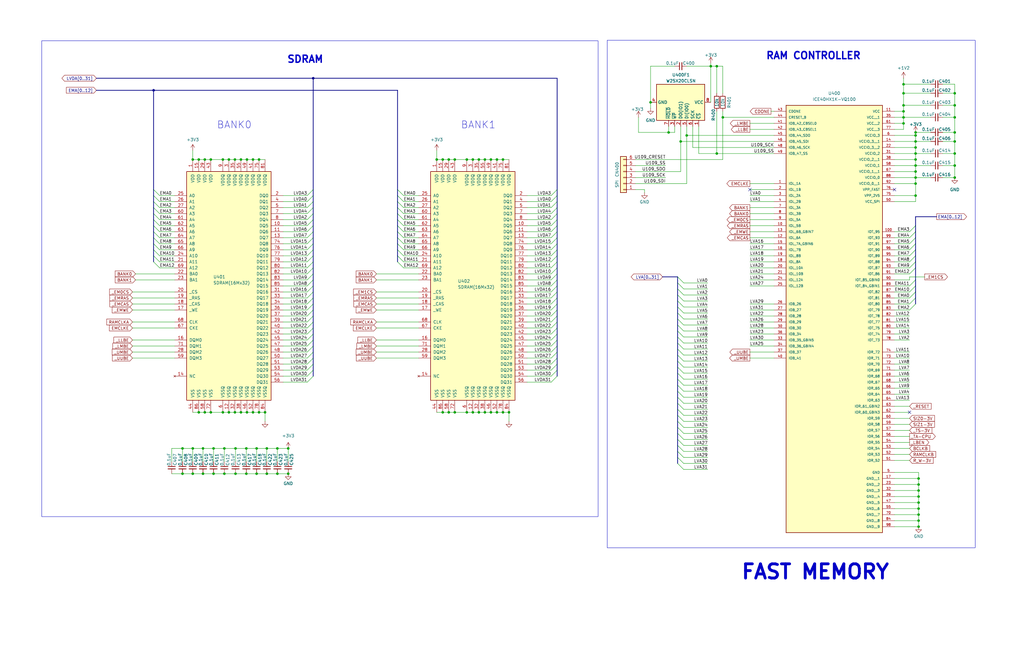
<source format=kicad_sch>
(kicad_sch (version 20231120) (generator "eeschema") (generator_version "8.0")
  (paper "B")
  (title_block (title "AmigaPCI 68040 Local Bus Card") (date "2024-10-24") (rev "4.0"))
  (junction (at 304.8 49.53))
  (junction (at 386.08 55.88))
  (junction (at 214.63 173.99))
  (junction (at 90.043 199.898))
  (junction (at 386.08 62.23))
  (junction (at 186.69 67.31))
  (junction (at 281.94 55.88))
  (junction (at 199.39 173.99))
  (junction (at 387.35 209.55))
  (junction (at 112.522 189.23))
  (junction (at 212.09 173.99))
  (junction (at 402.59 69.85))
  (junction (at 81.28 189.23))
  (junction (at 402.59 39.37))
  (junction (at 111.76 173.99))
  (junction (at 101.6 173.99))
  (junction (at 274.32 43.18))
  (junction (at 184.15 67.31))
  (junction (at 83.82 173.99))
  (junction (at 386.08 67.31))
  (junction (at 204.47 67.31))
  (junction (at 88.9 67.31))
  (junction (at 201.93 173.99))
  (junction (at 96.52 173.99))
  (junction (at 381 35.56))
  (junction (at 207.01 67.31))
  (junction (at 93.98 173.99))
  (junction (at 209.55 173.99))
  (junction (at 81.28 199.898))
  (junction (at 108.204 189.23))
  (junction (at 386.08 64.77))
  (junction (at 189.23 67.31))
  (junction (at 299.72 27.94))
  (junction (at 381 52.07))
  (junction (at 116.967 199.898))
  (junction (at 207.01 173.99))
  (junction (at 64.77 38.1))
  (junction (at 88.9 173.99))
  (junction (at 302.26 64.77))
  (junction (at 94.615 189.23))
  (junction (at 85.598 189.23))
  (junction (at 94.615 199.898))
  (junction (at 201.93 67.31))
  (junction (at 108.204 199.898))
  (junction (at 93.98 67.31))
  (junction (at 387.35 219.71))
  (junction (at 196.85 173.99))
  (junction (at 386.08 59.69))
  (junction (at 189.23 173.99))
  (junction (at 402.59 64.77))
  (junction (at 106.68 173.99))
  (junction (at 402.59 49.53))
  (junction (at 204.47 173.99))
  (junction (at 76.962 199.898))
  (junction (at 289.56 57.15))
  (junction (at 90.043 189.23))
  (junction (at 99.314 189.23))
  (junction (at 121.539 199.898))
  (junction (at 302.26 27.94))
  (junction (at 387.35 207.01))
  (junction (at 199.39 67.31))
  (junction (at 386.08 82.55))
  (junction (at 381 39.37))
  (junction (at 386.08 69.85))
  (junction (at 121.539 189.23))
  (junction (at 191.77 173.99))
  (junction (at 109.22 67.31))
  (junction (at 76.962 189.23))
  (junction (at 104.14 67.31))
  (junction (at 112.522 199.898))
  (junction (at 386.08 72.39))
  (junction (at 103.886 189.23))
  (junction (at 101.6 67.31))
  (junction (at 402.59 44.45))
  (junction (at 116.967 189.23))
  (junction (at 96.52 67.31))
  (junction (at 209.55 67.31))
  (junction (at 85.598 199.898))
  (junction (at 81.28 67.31))
  (junction (at 103.886 199.898))
  (junction (at 402.59 55.88))
  (junction (at 132.08 33.02))
  (junction (at 86.36 67.31))
  (junction (at 387.35 204.47))
  (junction (at 212.09 67.31))
  (junction (at 196.85 67.31))
  (junction (at 86.36 173.99))
  (junction (at 387.35 201.93))
  (junction (at 99.06 173.99))
  (junction (at 381 46.99))
  (junction (at 83.82 67.31))
  (junction (at 386.08 57.15))
  (junction (at 99.314 199.898))
  (junction (at 387.35 212.09))
  (junction (at 387.35 222.25))
  (junction (at 104.14 173.99))
  (junction (at 387.35 214.63))
  (junction (at 402.59 74.93))
  (junction (at 386.08 77.47))
  (junction (at 381 44.45))
  (junction (at 109.22 173.99))
  (junction (at 386.08 74.93))
  (junction (at 387.35 217.17))
  (junction (at 191.77 67.31))
  (junction (at 186.69 173.99))
  (junction (at 402.59 59.69))
  (junction (at 381 49.53))
  (junction (at 106.68 67.31))
  (junction (at 287.02 59.69))
  (junction (at 99.06 67.31))
  (no_connect (at 316.23 80.01))
  (no_connect (at 377.19 80.01))
  (no_connect (at 383.54 173.99))
  (bus_entry (at 129.54 140.97) (size 2.54 -2.54))
  (bus_entry (at 129.54 130.81) (size 2.54 -2.54))
  (bus_entry (at 129.54 97.79) (size 2.54 -2.54))
  (bus_entry (at 288.29 162.56) (size -2.54 -2.54))
  (bus_entry (at 170.18 107.95) (size -2.54 -2.54))
  (bus_entry (at 288.29 132.08) (size -2.54 -2.54))
  (bus_entry (at 288.29 165.1) (size -2.54 -2.54))
  (bus_entry (at 383.54 120.65) (size 2.54 -2.54))
  (bus_entry (at 67.31 102.87) (size -2.54 -2.54))
  (bus_entry (at 383.54 113.03) (size 2.54 -2.54))
  (bus_entry (at 288.29 182.88) (size -2.54 -2.54))
  (bus_entry (at 67.31 97.79) (size -2.54 -2.54))
  (bus_entry (at 232.41 133.35) (size 2.54 -2.54))
  (bus_entry (at 288.29 119.38) (size -2.54 -2.54))
  (bus_entry (at 170.18 102.87) (size -2.54 -2.54))
  (bus_entry (at 288.29 127) (size -2.54 -2.54))
  (bus_entry (at 288.29 198.12) (size -2.54 -2.54))
  (bus_entry (at 129.54 100.33) (size 2.54 -2.54))
  (bus_entry (at 67.31 100.33) (size -2.54 -2.54))
  (bus_entry (at 129.54 146.05) (size 2.54 -2.54))
  (bus_entry (at 288.29 185.42) (size -2.54 -2.54))
  (bus_entry (at 170.18 85.09) (size -2.54 -2.54))
  (bus_entry (at 288.29 167.64) (size -2.54 -2.54))
  (bus_entry (at 288.29 172.72) (size -2.54 -2.54))
  (bus_entry (at 67.31 85.09) (size -2.54 -2.54))
  (bus_entry (at 232.41 100.33) (size 2.54 -2.54))
  (bus_entry (at 383.54 105.41) (size 2.54 -2.54))
  (bus_entry (at 129.54 110.49) (size 2.54 -2.54))
  (bus_entry (at 383.54 110.49) (size 2.54 -2.54))
  (bus_entry (at 288.29 137.16) (size -2.54 -2.54))
  (bus_entry (at 129.54 115.57) (size 2.54 -2.54))
  (bus_entry (at 288.29 152.4) (size -2.54 -2.54))
  (bus_entry (at 67.31 92.71) (size -2.54 -2.54))
  (bus_entry (at 232.41 140.97) (size 2.54 -2.54))
  (bus_entry (at 129.54 161.29) (size 2.54 -2.54))
  (bus_entry (at 129.54 156.21) (size 2.54 -2.54))
  (bus_entry (at 170.18 82.55) (size -2.54 -2.54))
  (bus_entry (at 129.54 148.59) (size 2.54 -2.54))
  (bus_entry (at 129.54 87.63) (size 2.54 -2.54))
  (bus_entry (at 383.54 130.81) (size 2.54 -2.54))
  (bus_entry (at 288.29 121.92) (size -2.54 -2.54))
  (bus_entry (at 129.54 92.71) (size 2.54 -2.54))
  (bus_entry (at 383.54 107.95) (size 2.54 -2.54))
  (bus_entry (at 170.18 97.79) (size -2.54 -2.54))
  (bus_entry (at 232.41 118.11) (size 2.54 -2.54))
  (bus_entry (at 67.31 113.03) (size -2.54 -2.54))
  (bus_entry (at 129.54 125.73) (size 2.54 -2.54))
  (bus_entry (at 383.54 100.33) (size 2.54 -2.54))
  (bus_entry (at 232.41 146.05) (size 2.54 -2.54))
  (bus_entry (at 288.29 187.96) (size -2.54 -2.54))
  (bus_entry (at 129.54 82.55) (size 2.54 -2.54))
  (bus_entry (at 170.18 113.03) (size -2.54 -2.54))
  (bus_entry (at 67.31 105.41) (size -2.54 -2.54))
  (bus_entry (at 288.29 180.34) (size -2.54 -2.54))
  (bus_entry (at 232.41 156.21) (size 2.54 -2.54))
  (bus_entry (at 288.29 129.54) (size -2.54 -2.54))
  (bus_entry (at 232.41 107.95) (size 2.54 -2.54))
  (bus_entry (at 129.54 158.75) (size 2.54 -2.54))
  (bus_entry (at 383.54 125.73) (size 2.54 -2.54))
  (bus_entry (at 67.31 110.49) (size -2.54 -2.54))
  (bus_entry (at 232.41 128.27) (size 2.54 -2.54))
  (bus_entry (at 170.18 90.17) (size -2.54 -2.54))
  (bus_entry (at 129.54 133.35) (size 2.54 -2.54))
  (bus_entry (at 129.54 123.19) (size 2.54 -2.54))
  (bus_entry (at 288.29 170.18) (size -2.54 -2.54))
  (bus_entry (at 383.54 102.87) (size 2.54 -2.54))
  (bus_entry (at 232.41 153.67) (size 2.54 -2.54))
  (bus_entry (at 129.54 153.67) (size 2.54 -2.54))
  (bus_entry (at 288.29 139.7) (size -2.54 -2.54))
  (bus_entry (at 232.41 113.03) (size 2.54 -2.54))
  (bus_entry (at 129.54 143.51) (size 2.54 -2.54))
  (bus_entry (at 232.41 97.79) (size 2.54 -2.54))
  (bus_entry (at 232.41 90.17) (size 2.54 -2.54))
  (bus_entry (at 232.41 95.25) (size 2.54 -2.54))
  (bus_entry (at 129.54 90.17) (size 2.54 -2.54))
  (bus_entry (at 232.41 138.43) (size 2.54 -2.54))
  (bus_entry (at 232.41 130.81) (size 2.54 -2.54))
  (bus_entry (at 232.41 158.75) (size 2.54 -2.54))
  (bus_entry (at 232.41 102.87) (size 2.54 -2.54))
  (bus_entry (at 232.41 151.13) (size 2.54 -2.54))
  (bus_entry (at 170.18 105.41) (size -2.54 -2.54))
  (bus_entry (at 232.41 125.73) (size 2.54 -2.54))
  (bus_entry (at 170.18 95.25) (size -2.54 -2.54))
  (bus_entry (at 129.54 120.65) (size 2.54 -2.54))
  (bus_entry (at 232.41 105.41) (size 2.54 -2.54))
  (bus_entry (at 232.41 115.57) (size 2.54 -2.54))
  (bus_entry (at 129.54 95.25) (size 2.54 -2.54))
  (bus_entry (at 232.41 143.51) (size 2.54 -2.54))
  (bus_entry (at 129.54 113.03) (size 2.54 -2.54))
  (bus_entry (at 67.31 107.95) (size -2.54 -2.54))
  (bus_entry (at 67.31 87.63) (size -2.54 -2.54))
  (bus_entry (at 170.18 87.63) (size -2.54 -2.54))
  (bus_entry (at 288.29 134.62) (size -2.54 -2.54))
  (bus_entry (at 129.54 118.11) (size 2.54 -2.54))
  (bus_entry (at 288.29 149.86) (size -2.54 -2.54))
  (bus_entry (at 67.31 90.17) (size -2.54 -2.54))
  (bus_entry (at 288.29 175.26) (size -2.54 -2.54))
  (bus_entry (at 129.54 102.87) (size 2.54 -2.54))
  (bus_entry (at 288.29 177.8) (size -2.54 -2.54))
  (bus_entry (at 232.41 161.29) (size 2.54 -2.54))
  (bus_entry (at 129.54 107.95) (size 2.54 -2.54))
  (bus_entry (at 383.54 128.27) (size 2.54 -2.54))
  (bus_entry (at 232.41 120.65) (size 2.54 -2.54))
  (bus_entry (at 170.18 100.33) (size -2.54 -2.54))
  (bus_entry (at 288.29 124.46) (size -2.54 -2.54))
  (bus_entry (at 288.29 190.5) (size -2.54 -2.54))
  (bus_entry (at 288.29 195.58) (size -2.54 -2.54))
  (bus_entry (at 232.41 85.09) (size 2.54 -2.54))
  (bus_entry (at 288.29 157.48) (size -2.54 -2.54))
  (bus_entry (at 232.41 110.49) (size 2.54 -2.54))
  (bus_entry (at 67.31 95.25) (size -2.54 -2.54))
  (bus_entry (at 129.54 105.41) (size 2.54 -2.54))
  (bus_entry (at 383.54 123.19) (size 2.54 -2.54))
  (bus_entry (at 129.54 85.09) (size 2.54 -2.54))
  (bus_entry (at 170.18 110.49) (size -2.54 -2.54))
  (bus_entry (at 232.41 135.89) (size 2.54 -2.54))
  (bus_entry (at 129.54 128.27) (size 2.54 -2.54))
  (bus_entry (at 288.29 142.24) (size -2.54 -2.54))
  (bus_entry (at 170.18 92.71) (size -2.54 -2.54))
  (bus_entry (at 232.41 148.59) (size 2.54 -2.54))
  (bus_entry (at 383.54 97.79) (size 2.54 -2.54))
  (bus_entry (at 129.54 138.43) (size 2.54 -2.54))
  (bus_entry (at 288.29 193.04) (size -2.54 -2.54))
  (bus_entry (at 288.29 160.02) (size -2.54 -2.54))
  (bus_entry (at 129.54 151.13) (size 2.54 -2.54))
  (bus_entry (at 232.41 123.19) (size 2.54 -2.54))
  (bus_entry (at 232.41 82.55) (size 2.54 -2.54))
  (bus_entry (at 288.29 144.78) (size -2.54 -2.54))
  (bus_entry (at 383.54 115.57) (size 2.54 -2.54))
  (bus_entry (at 232.41 87.63) (size 2.54 -2.54))
  (bus_entry (at 288.29 154.94) (size -2.54 -2.54))
  (bus_entry (at 288.29 147.32) (size -2.54 -2.54))
  (bus_entry (at 129.54 135.89) (size 2.54 -2.54))
  (bus_entry (at 232.41 92.71) (size 2.54 -2.54))
  (bus_entry (at 67.31 82.55) (size -2.54 -2.54))
  (wire (pts (xy 397.51 39.37) (xy 402.59 39.37)))
  (wire (pts (xy 267.97 67.31) (xy 304.8 67.31)))
  (wire (pts (xy 90.043 189.23) (xy 90.043 194.818)))
  (wire (pts (xy 381 39.37) (xy 392.43 39.37)))
  (wire (pts (xy 222.25 161.29) (xy 232.41 161.29)))
  (wire (pts (xy 121.539 189.23) (xy 121.539 194.818)))
  (wire (pts (xy 103.886 199.898) (xy 99.314 199.898)))
  (wire (pts (xy 302.26 27.94) (xy 304.8 27.94)))
  (bus (pts (xy 285.75 119.38) (xy 285.75 121.92)))
  (bus (pts (xy 285.75 124.46) (xy 285.75 127)))
  (wire (pts (xy 383.54 118.11) (xy 383.54 116.84)))
  (wire (pts (xy 299.72 43.18) (xy 299.72 27.94)))
  (wire (pts (xy 55.88 128.27) (xy 73.66 128.27)))
  (bus (pts (xy 167.64 102.87) (xy 167.64 105.41)))
  (wire (pts (xy 381 49.53) (xy 381 52.07)))
  (wire (pts (xy 99.314 189.23) (xy 103.886 189.23)))
  (wire (pts (xy 86.36 173.99) (xy 88.9 173.99)))
  (wire (pts (xy 316.23 130.81) (xy 326.39 130.81)))
  (wire (pts (xy 383.54 181.61) (xy 377.19 181.61)))
  (wire (pts (xy 116.967 189.23) (xy 116.967 194.818)))
  (bus (pts (xy 285.75 134.62) (xy 285.75 137.16)))
  (wire (pts (xy 119.38 87.63) (xy 129.54 87.63)))
  (wire (pts (xy 85.598 199.898) (xy 90.043 199.898)))
  (wire (pts (xy 397.51 69.85) (xy 402.59 69.85)))
  (wire (pts (xy 316.23 148.59) (xy 326.39 148.59)))
  (bus (pts (xy 234.95 130.81) (xy 234.95 133.35)))
  (wire (pts (xy 377.19 62.23) (xy 386.08 62.23)))
  (wire (pts (xy 377.19 115.57) (xy 383.54 115.57)))
  (bus (pts (xy 285.75 147.32) (xy 285.75 149.86)))
  (wire (pts (xy 386.08 69.85) (xy 386.08 72.39)))
  (bus (pts (xy 285.75 172.72) (xy 285.75 175.26)))
  (wire (pts (xy 158.75 146.05) (xy 176.53 146.05)))
  (wire (pts (xy 383.54 153.67) (xy 377.19 153.67)))
  (bus (pts (xy 64.77 92.71) (xy 64.77 95.25)))
  (wire (pts (xy 72.39 194.818) (xy 72.39 189.23)))
  (bus (pts (xy 64.77 85.09) (xy 64.77 87.63)))
  (bus (pts (xy 132.08 153.67) (xy 132.08 156.21)))
  (wire (pts (xy 383.54 176.53) (xy 377.19 176.53)))
  (wire (pts (xy 316.23 146.05) (xy 326.39 146.05)))
  (wire (pts (xy 387.35 209.55) (xy 387.35 212.09)))
  (bus (pts (xy 64.77 90.17) (xy 64.77 92.71)))
  (wire (pts (xy 397.51 74.93) (xy 402.59 74.93)))
  (bus (pts (xy 234.95 115.57) (xy 234.95 118.11)))
  (wire (pts (xy 55.88 143.51) (xy 73.66 143.51)))
  (bus (pts (xy 234.95 113.03) (xy 234.95 115.57)))
  (wire (pts (xy 298.45 172.72) (xy 288.29 172.72)))
  (wire (pts (xy 383.54 151.13) (xy 377.19 151.13)))
  (wire (pts (xy 119.38 105.41) (xy 129.54 105.41)))
  (bus (pts (xy 132.08 92.71) (xy 132.08 95.25)))
  (bus (pts (xy 132.08 82.55) (xy 132.08 85.09)))
  (bus (pts (xy 167.64 107.95) (xy 167.64 110.49)))
  (wire (pts (xy 73.66 82.55) (xy 67.31 82.55)))
  (bus (pts (xy 132.08 102.87) (xy 132.08 105.41)))
  (wire (pts (xy 222.25 100.33) (xy 232.41 100.33)))
  (wire (pts (xy 81.28 67.31) (xy 81.28 63.5)))
  (wire (pts (xy 397.51 64.77) (xy 402.59 64.77)))
  (wire (pts (xy 386.08 74.93) (xy 386.08 77.47)))
  (wire (pts (xy 316.23 77.47) (xy 326.39 77.47)))
  (wire (pts (xy 73.66 90.17) (xy 67.31 90.17)))
  (wire (pts (xy 383.54 135.89) (xy 377.19 135.89)))
  (wire (pts (xy 316.23 85.09) (xy 326.39 85.09)))
  (bus (pts (xy 132.08 115.57) (xy 132.08 118.11)))
  (wire (pts (xy 85.598 189.23) (xy 90.043 189.23)))
  (wire (pts (xy 222.25 153.67) (xy 232.41 153.67)))
  (wire (pts (xy 292.1 62.23) (xy 326.39 62.23)))
  (wire (pts (xy 212.09 67.31) (xy 214.63 67.31)))
  (wire (pts (xy 386.08 74.93) (xy 392.43 74.93)))
  (wire (pts (xy 397.51 49.53) (xy 402.59 49.53)))
  (wire (pts (xy 103.886 189.23) (xy 108.204 189.23)))
  (wire (pts (xy 119.38 128.27) (xy 129.54 128.27)))
  (bus (pts (xy 234.95 120.65) (xy 234.95 123.19)))
  (wire (pts (xy 381 49.53) (xy 392.43 49.53)))
  (bus (pts (xy 234.95 110.49) (xy 234.95 113.03)))
  (wire (pts (xy 402.59 44.45) (xy 402.59 39.37)))
  (bus (pts (xy 132.08 133.35) (xy 132.08 135.89)))
  (wire (pts (xy 383.54 161.29) (xy 377.19 161.29)))
  (wire (pts (xy 381 35.56) (xy 381 39.37)))
  (wire (pts (xy 377.19 100.33) (xy 383.54 100.33)))
  (wire (pts (xy 383.54 148.59) (xy 377.19 148.59)))
  (bus (pts (xy 234.95 146.05) (xy 234.95 148.59)))
  (wire (pts (xy 377.19 59.69) (xy 386.08 59.69)))
  (wire (pts (xy 73.66 110.49) (xy 67.31 110.49)))
  (wire (pts (xy 298.45 152.4) (xy 288.29 152.4)))
  (wire (pts (xy 377.19 52.07) (xy 381 52.07)))
  (wire (pts (xy 73.66 92.71) (xy 67.31 92.71)))
  (wire (pts (xy 402.59 55.88) (xy 402.59 49.53)))
  (wire (pts (xy 287.02 72.39) (xy 267.97 72.39)))
  (wire (pts (xy 325.12 46.99) (xy 326.39 46.99)))
  (wire (pts (xy 397.51 59.69) (xy 402.59 59.69)))
  (wire (pts (xy 269.24 49.53) (xy 269.24 55.88)))
  (wire (pts (xy 383.54 168.91) (xy 377.19 168.91)))
  (wire (pts (xy 274.32 43.18) (xy 274.32 27.94)))
  (wire (pts (xy 222.25 120.65) (xy 232.41 120.65)))
  (bus (pts (xy 386.08 110.49) (xy 386.08 113.03)))
  (wire (pts (xy 298.45 142.24) (xy 288.29 142.24)))
  (bus (pts (xy 132.08 107.95) (xy 132.08 110.49)))
  (wire (pts (xy 119.38 123.19) (xy 129.54 123.19)))
  (wire (pts (xy 269.24 55.88) (xy 281.94 55.88)))
  (wire (pts (xy 377.19 113.03) (xy 383.54 113.03)))
  (bus (pts (xy 234.95 95.25) (xy 234.95 97.79)))
  (wire (pts (xy 299.72 27.94) (xy 299.72 26.67)))
  (wire (pts (xy 402.59 64.77) (xy 402.59 69.85)))
  (wire (pts (xy 377.19 219.71) (xy 387.35 219.71)))
  (wire (pts (xy 316.23 151.13) (xy 326.39 151.13)))
  (wire (pts (xy 377.19 222.25) (xy 387.35 222.25)))
  (bus (pts (xy 285.75 190.5) (xy 285.75 193.04)))
  (wire (pts (xy 55.88 135.89) (xy 73.66 135.89)))
  (bus (pts (xy 285.75 129.54) (xy 285.75 132.08)))
  (wire (pts (xy 158.75 148.59) (xy 176.53 148.59)))
  (wire (pts (xy 96.52 173.99) (xy 99.06 173.99)))
  (wire (pts (xy 73.66 115.57) (xy 57.15 115.57)))
  (wire (pts (xy 99.06 67.31) (xy 101.6 67.31)))
  (wire (pts (xy 76.962 189.23) (xy 81.28 189.23)))
  (wire (pts (xy 72.39 189.23) (xy 76.962 189.23)))
  (wire (pts (xy 109.22 173.99) (xy 111.76 173.99)))
  (wire (pts (xy 298.45 170.18) (xy 288.29 170.18)))
  (bus (pts (xy 132.08 140.97) (xy 132.08 143.51)))
  (wire (pts (xy 55.88 138.43) (xy 73.66 138.43)))
  (bus (pts (xy 234.95 97.79) (xy 234.95 100.33)))
  (wire (pts (xy 222.25 110.49) (xy 232.41 110.49)))
  (wire (pts (xy 316.23 128.27) (xy 326.39 128.27)))
  (wire (pts (xy 304.8 67.31) (xy 304.8 49.53)))
  (bus (pts (xy 285.75 139.7) (xy 285.75 142.24)))
  (wire (pts (xy 316.23 107.95) (xy 326.39 107.95)))
  (wire (pts (xy 302.26 27.94) (xy 299.72 27.94)))
  (bus (pts (xy 132.08 143.51) (xy 132.08 146.05)))
  (wire (pts (xy 109.22 67.31) (xy 111.76 67.31)))
  (wire (pts (xy 298.45 190.5) (xy 288.29 190.5)))
  (wire (pts (xy 191.77 173.99) (xy 196.85 173.99)))
  (wire (pts (xy 119.38 135.89) (xy 129.54 135.89)))
  (wire (pts (xy 104.14 173.99) (xy 106.68 173.99)))
  (wire (pts (xy 222.25 113.03) (xy 232.41 113.03)))
  (wire (pts (xy 104.14 67.31) (xy 106.68 67.31)))
  (wire (pts (xy 176.53 90.17) (xy 170.18 90.17)))
  (wire (pts (xy 381 35.56) (xy 392.43 35.56)))
  (wire (pts (xy 302.26 64.77) (xy 326.39 64.77)))
  (wire (pts (xy 184.15 173.99) (xy 186.69 173.99)))
  (wire (pts (xy 81.28 189.23) (xy 81.28 194.818)))
  (bus (pts (xy 234.95 80.01) (xy 234.95 82.55)))
  (wire (pts (xy 383.54 156.21) (xy 377.19 156.21)))
  (wire (pts (xy 189.23 67.31) (xy 191.77 67.31)))
  (bus (pts (xy 234.95 151.13) (xy 234.95 153.67)))
  (wire (pts (xy 326.39 59.69) (xy 287.02 59.69)))
  (wire (pts (xy 280.67 69.85) (xy 267.97 69.85)))
  (bus (pts (xy 285.75 160.02) (xy 285.75 162.56)))
  (wire (pts (xy 289.56 77.47) (xy 267.97 77.47)))
  (wire (pts (xy 83.82 173.99) (xy 86.36 173.99)))
  (wire (pts (xy 186.69 67.31) (xy 189.23 67.31)))
  (wire (pts (xy 55.88 151.13) (xy 73.66 151.13)))
  (bus (pts (xy 64.77 105.41) (xy 64.77 107.95)))
  (wire (pts (xy 207.01 67.31) (xy 209.55 67.31)))
  (wire (pts (xy 176.53 102.87) (xy 170.18 102.87)))
  (wire (pts (xy 386.08 62.23) (xy 386.08 64.77)))
  (wire (pts (xy 94.615 189.23) (xy 99.314 189.23)))
  (wire (pts (xy 386.08 64.77) (xy 392.43 64.77)))
  (wire (pts (xy 386.08 55.88) (xy 392.43 55.88)))
  (bus (pts (xy 64.77 38.1) (xy 167.64 38.1)))
  (wire (pts (xy 209.55 67.31) (xy 212.09 67.31)))
  (wire (pts (xy 316.23 95.25) (xy 326.39 95.25)))
  (wire (pts (xy 377.19 49.53) (xy 381 49.53)))
  (wire (pts (xy 304.8 39.37) (xy 304.8 27.94)))
  (wire (pts (xy 119.38 130.81) (xy 129.54 130.81)))
  (wire (pts (xy 116.967 189.23) (xy 121.539 189.23)))
  (wire (pts (xy 81.28 199.898) (xy 85.598 199.898)))
  (wire (pts (xy 93.98 173.99) (xy 96.52 173.99)))
  (wire (pts (xy 222.25 133.35) (xy 232.41 133.35)))
  (wire (pts (xy 280.67 74.93) (xy 267.97 74.93)))
  (wire (pts (xy 298.45 129.54) (xy 288.29 129.54)))
  (bus (pts (xy 234.95 85.09) (xy 234.95 87.63)))
  (bus (pts (xy 132.08 148.59) (xy 132.08 151.13)))
  (wire (pts (xy 386.08 59.69) (xy 386.08 62.23)))
  (wire (pts (xy 176.53 97.79) (xy 170.18 97.79)))
  (wire (pts (xy 386.08 69.85) (xy 392.43 69.85)))
  (wire (pts (xy 119.38 95.25) (xy 129.54 95.25)))
  (wire (pts (xy 55.88 130.81) (xy 73.66 130.81)))
  (wire (pts (xy 383.54 158.75) (xy 377.19 158.75)))
  (wire (pts (xy 377.19 107.95) (xy 383.54 107.95)))
  (wire (pts (xy 386.08 67.31) (xy 386.08 69.85)))
  (bus (pts (xy 285.75 127) (xy 285.75 129.54)))
  (wire (pts (xy 176.53 105.41) (xy 170.18 105.41)))
  (wire (pts (xy 298.45 121.92) (xy 288.29 121.92)))
  (wire (pts (xy 381 39.37) (xy 381 44.45)))
  (wire (pts (xy 119.38 107.95) (xy 129.54 107.95)))
  (wire (pts (xy 298.45 193.04) (xy 288.29 193.04)))
  (wire (pts (xy 284.48 53.34) (xy 284.48 55.88)))
  (bus (pts (xy 285.75 137.16) (xy 285.75 139.7)))
  (bus (pts (xy 386.08 107.95) (xy 386.08 110.49)))
  (bus (pts (xy 234.95 82.55) (xy 234.95 85.09)))
  (bus (pts (xy 64.77 87.63) (xy 64.77 90.17)))
  (bus (pts (xy 285.75 154.94) (xy 285.75 157.48)))
  (wire (pts (xy 289.56 53.34) (xy 289.56 57.15)))
  (wire (pts (xy 88.9 67.31) (xy 93.98 67.31)))
  (wire (pts (xy 383.54 194.31) (xy 377.19 194.31)))
  (wire (pts (xy 119.38 115.57) (xy 129.54 115.57)))
  (wire (pts (xy 222.25 82.55) (xy 232.41 82.55)))
  (wire (pts (xy 222.25 105.41) (xy 232.41 105.41)))
  (wire (pts (xy 289.56 57.15) (xy 326.39 57.15)))
  (wire (pts (xy 383.54 179.07) (xy 377.19 179.07)))
  (bus (pts (xy 386.08 123.19) (xy 386.08 125.73)))
  (wire (pts (xy 81.28 189.23) (xy 85.598 189.23)))
  (bus (pts (xy 285.75 187.96) (xy 285.75 190.5)))
  (wire (pts (xy 119.38 138.43) (xy 129.54 138.43)))
  (bus (pts (xy 132.08 151.13) (xy 132.08 153.67)))
  (bus (pts (xy 132.08 125.73) (xy 132.08 128.27)))
  (wire (pts (xy 55.88 123.19) (xy 73.66 123.19)))
  (wire (pts (xy 119.38 118.11) (xy 129.54 118.11)))
  (bus (pts (xy 132.08 146.05) (xy 132.08 148.59)))
  (wire (pts (xy 316.23 113.03) (xy 326.39 113.03)))
  (wire (pts (xy 383.54 171.45) (xy 377.19 171.45)))
  (bus (pts (xy 234.95 90.17) (xy 234.95 92.71)))
  (wire (pts (xy 383.54 116.84) (xy 389.89 116.84)))
  (wire (pts (xy 377.19 97.79) (xy 383.54 97.79)))
  (wire (pts (xy 377.19 110.49) (xy 383.54 110.49)))
  (bus (pts (xy 386.08 113.03) (xy 386.08 118.11)))
  (wire (pts (xy 222.25 95.25) (xy 232.41 95.25)))
  (bus (pts (xy 234.95 87.63) (xy 234.95 90.17)))
  (wire (pts (xy 316.23 102.87) (xy 326.39 102.87)))
  (wire (pts (xy 299.72 27.94) (xy 289.56 27.94)))
  (bus (pts (xy 285.75 144.78) (xy 285.75 147.32)))
  (wire (pts (xy 119.38 140.97) (xy 129.54 140.97)))
  (wire (pts (xy 222.25 102.87) (xy 232.41 102.87)))
  (wire (pts (xy 101.6 173.99) (xy 104.14 173.99)))
  (wire (pts (xy 106.68 67.31) (xy 109.22 67.31)))
  (wire (pts (xy 111.76 173.99) (xy 111.76 177.8)))
  (bus (pts (xy 132.08 120.65) (xy 132.08 123.19)))
  (wire (pts (xy 381 52.07) (xy 381 54.61)))
  (bus (pts (xy 386.08 95.25) (xy 386.08 97.79)))
  (bus (pts (xy 167.64 87.63) (xy 167.64 90.17)))
  (wire (pts (xy 316.23 140.97) (xy 326.39 140.97)))
  (wire (pts (xy 383.54 191.77) (xy 377.19 191.77)))
  (bus (pts (xy 132.08 80.01) (xy 132.08 82.55)))
  (wire (pts (xy 298.45 139.7) (xy 288.29 139.7)))
  (wire (pts (xy 316.23 143.51) (xy 326.39 143.51)))
  (wire (pts (xy 316.23 120.65) (xy 326.39 120.65)))
  (bus (pts (xy 285.75 116.84) (xy 279.4 116.84)))
  (wire (pts (xy 176.53 107.95) (xy 170.18 107.95)))
  (wire (pts (xy 73.66 102.87) (xy 67.31 102.87)))
  (wire (pts (xy 386.08 59.69) (xy 392.43 59.69)))
  (bus (pts (xy 285.75 132.08) (xy 285.75 134.62)))
  (wire (pts (xy 287.02 59.69) (xy 287.02 72.39)))
  (wire (pts (xy 222.25 140.97) (xy 232.41 140.97)))
  (wire (pts (xy 73.66 100.33) (xy 67.31 100.33)))
  (wire (pts (xy 294.64 64.77) (xy 294.64 53.34)))
  (bus (pts (xy 285.75 185.42) (xy 285.75 187.96)))
  (bus (pts (xy 386.08 102.87) (xy 386.08 105.41)))
  (wire (pts (xy 158.75 135.89) (xy 176.53 135.89)))
  (wire (pts (xy 204.47 67.31) (xy 207.01 67.31)))
  (wire (pts (xy 108.204 189.23) (xy 108.204 194.818)))
  (wire (pts (xy 222.25 130.81) (xy 232.41 130.81)))
  (wire (pts (xy 101.6 67.31) (xy 104.14 67.31)))
  (bus (pts (xy 40.64 33.02) (xy 132.08 33.02)))
  (wire (pts (xy 387.35 212.09) (xy 387.35 214.63)))
  (bus (pts (xy 234.95 128.27) (xy 234.95 130.81)))
  (wire (pts (xy 316.23 133.35) (xy 326.39 133.35)))
  (wire (pts (xy 119.38 102.87) (xy 129.54 102.87)))
  (wire (pts (xy 402.59 59.69) (xy 402.59 64.77)))
  (wire (pts (xy 222.25 123.19) (xy 232.41 123.19)))
  (bus (pts (xy 64.77 102.87) (xy 64.77 105.41)))
  (wire (pts (xy 298.45 119.38) (xy 288.29 119.38)))
  (wire (pts (xy 281.94 55.88) (xy 284.48 55.88)))
  (wire (pts (xy 298.45 147.32) (xy 288.29 147.32)))
  (wire (pts (xy 85.598 189.23) (xy 85.598 194.818)))
  (wire (pts (xy 176.53 118.11) (xy 158.75 118.11)))
  (wire (pts (xy 176.53 85.09) (xy 170.18 85.09)))
  (wire (pts (xy 387.35 207.01) (xy 387.35 209.55)))
  (wire (pts (xy 316.23 110.49) (xy 326.39 110.49)))
  (bus (pts (xy 234.95 33.02) (xy 234.95 80.01)))
  (bus (pts (xy 234.95 153.67) (xy 234.95 156.21)))
  (bus (pts (xy 285.75 175.26) (xy 285.75 177.8)))
  (wire (pts (xy 73.66 97.79) (xy 67.31 97.79)))
  (wire (pts (xy 90.043 199.898) (xy 94.615 199.898)))
  (bus (pts (xy 132.08 130.81) (xy 132.08 133.35)))
  (wire (pts (xy 377.19 67.31) (xy 386.08 67.31)))
  (wire (pts (xy 386.08 55.88) (xy 386.08 57.15)))
  (wire (pts (xy 222.25 128.27) (xy 232.41 128.27)))
  (wire (pts (xy 184.15 67.31) (xy 186.69 67.31)))
  (wire (pts (xy 298.45 175.26) (xy 288.29 175.26)))
  (bus (pts (xy 285.75 193.04) (xy 285.75 195.58)))
  (wire (pts (xy 298.45 182.88) (xy 288.29 182.88)))
  (wire (pts (xy 316.23 92.71) (xy 326.39 92.71)))
  (wire (pts (xy 222.25 85.09) (xy 232.41 85.09)))
  (bus (pts (xy 285.75 182.88) (xy 285.75 185.42)))
  (wire (pts (xy 316.23 82.55) (xy 326.39 82.55)))
  (wire (pts (xy 381 33.02) (xy 381 35.56)))
  (wire (pts (xy 119.38 133.35) (xy 129.54 133.35)))
  (wire (pts (xy 298.45 157.48) (xy 288.29 157.48)))
  (wire (pts (xy 158.75 138.43) (xy 176.53 138.43)))
  (wire (pts (xy 73.66 118.11) (xy 57.15 118.11)))
  (wire (pts (xy 281.94 53.34) (xy 281.94 55.88)))
  (wire (pts (xy 377.19 77.47) (xy 386.08 77.47)))
  (wire (pts (xy 76.962 199.898) (xy 81.28 199.898)))
  (wire (pts (xy 176.53 115.57) (xy 158.75 115.57)))
  (bus (pts (xy 167.64 105.41) (xy 167.64 107.95)))
  (wire (pts (xy 199.39 173.99) (xy 201.93 173.99)))
  (wire (pts (xy 73.66 85.09) (xy 67.31 85.09)))
  (wire (pts (xy 112.522 189.23) (xy 116.967 189.23)))
  (wire (pts (xy 298.45 180.34) (xy 288.29 180.34)))
  (wire (pts (xy 76.962 189.23) (xy 76.962 194.818)))
  (wire (pts (xy 119.38 82.55) (xy 129.54 82.55)))
  (wire (pts (xy 119.38 100.33) (xy 129.54 100.33)))
  (wire (pts (xy 222.25 87.63) (xy 232.41 87.63)))
  (wire (pts (xy 158.75 143.51) (xy 176.53 143.51)))
  (wire (pts (xy 222.25 151.13) (xy 232.41 151.13)))
  (bus (pts (xy 285.75 162.56) (xy 285.75 165.1)))
  (wire (pts (xy 383.54 143.51) (xy 377.19 143.51)))
  (wire (pts (xy 108.204 189.23) (xy 112.522 189.23)))
  (wire (pts (xy 222.25 143.51) (xy 232.41 143.51)))
  (wire (pts (xy 402.59 35.56) (xy 397.51 35.56)))
  (bus (pts (xy 234.95 148.59) (xy 234.95 151.13)))
  (bus (pts (xy 132.08 118.11) (xy 132.08 120.65)))
  (wire (pts (xy 383.54 184.15) (xy 377.19 184.15)))
  (wire (pts (xy 377.19 201.93) (xy 387.35 201.93)))
  (wire (pts (xy 387.35 217.17) (xy 387.35 219.71)))
  (wire (pts (xy 112.522 189.23) (xy 112.522 194.818)))
  (wire (pts (xy 222.25 148.59) (xy 232.41 148.59)))
  (wire (pts (xy 381 46.99) (xy 381 49.53)))
  (bus (pts (xy 64.77 100.33) (xy 64.77 102.87)))
  (bus (pts (xy 132.08 85.09) (xy 132.08 87.63)))
  (wire (pts (xy 96.52 67.31) (xy 99.06 67.31)))
  (wire (pts (xy 106.68 173.99) (xy 109.22 173.99)))
  (wire (pts (xy 302.26 46.99) (xy 302.26 64.77)))
  (wire (pts (xy 292.1 62.23) (xy 292.1 53.34)))
  (wire (pts (xy 201.93 173.99) (xy 204.47 173.99)))
  (wire (pts (xy 119.38 90.17) (xy 129.54 90.17)))
  (bus (pts (xy 132.08 156.21) (xy 132.08 158.75)))
  (wire (pts (xy 112.522 199.898) (xy 116.967 199.898)))
  (wire (pts (xy 116.967 199.898) (xy 121.539 199.898)))
  (wire (pts (xy 93.98 67.31) (xy 96.52 67.31)))
  (wire (pts (xy 386.08 57.15) (xy 386.08 59.69)))
  (wire (pts (xy 383.54 130.81) (xy 377.19 130.81)))
  (wire (pts (xy 119.38 148.59) (xy 129.54 148.59)))
  (wire (pts (xy 316.23 105.41) (xy 326.39 105.41)))
  (wire (pts (xy 402.59 49.53) (xy 402.59 44.45)))
  (wire (pts (xy 289.56 77.47) (xy 289.56 57.15)))
  (wire (pts (xy 222.25 118.11) (xy 232.41 118.11)))
  (wire (pts (xy 55.88 146.05) (xy 73.66 146.05)))
  (wire (pts (xy 383.54 166.37) (xy 377.19 166.37)))
  (bus (pts (xy 285.75 142.24) (xy 285.75 144.78)))
  (wire (pts (xy 158.75 128.27) (xy 176.53 128.27)))
  (wire (pts (xy 158.75 123.19) (xy 176.53 123.19)))
  (wire (pts (xy 387.35 219.71) (xy 387.35 222.25)))
  (wire (pts (xy 377.19 64.77) (xy 386.08 64.77)))
  (wire (pts (xy 199.39 67.31) (xy 201.93 67.31)))
  (wire (pts (xy 377.19 57.15) (xy 386.08 57.15)))
  (bus (pts (xy 132.08 90.17) (xy 132.08 92.71)))
  (wire (pts (xy 386.08 82.55) (xy 386.08 85.09)))
  (wire (pts (xy 316.23 100.33) (xy 326.39 100.33)))
  (wire (pts (xy 267.97 80.01) (xy 271.78 80.01)))
  (wire (pts (xy 383.54 133.35) (xy 377.19 133.35)))
  (wire (pts (xy 94.615 199.898) (xy 99.314 199.898)))
  (bus (pts (xy 386.08 91.44) (xy 394.97 91.44)))
  (wire (pts (xy 316.23 52.07) (xy 326.39 52.07)))
  (wire (pts (xy 103.886 189.23) (xy 103.886 194.818)))
  (bus (pts (xy 285.75 121.92) (xy 285.75 124.46)))
  (wire (pts (xy 176.53 110.49) (xy 170.18 110.49)))
  (bus (pts (xy 234.95 156.21) (xy 234.95 158.75)))
  (wire (pts (xy 316.23 115.57) (xy 326.39 115.57)))
  (wire (pts (xy 377.19 72.39) (xy 386.08 72.39)))
  (wire (pts (xy 81.28 67.31) (xy 83.82 67.31)))
  (wire (pts (xy 196.85 173.99) (xy 199.39 173.99)))
  (bus (pts (xy 132.08 113.03) (xy 132.08 115.57)))
  (wire (pts (xy 222.25 138.43) (xy 232.41 138.43)))
  (wire (pts (xy 386.08 77.47) (xy 386.08 82.55)))
  (bus (pts (xy 40.64 38.1) (xy 64.77 38.1)))
  (wire (pts (xy 274.32 27.94) (xy 284.48 27.94)))
  (wire (pts (xy 222.25 158.75) (xy 232.41 158.75)))
  (wire (pts (xy 377.19 118.11) (xy 383.54 118.11)))
  (wire (pts (xy 298.45 149.86) (xy 288.29 149.86)))
  (wire (pts (xy 377.19 102.87) (xy 383.54 102.87)))
  (wire (pts (xy 176.53 82.55) (xy 170.18 82.55)))
  (wire (pts (xy 119.38 156.21) (xy 129.54 156.21)))
  (bus (pts (xy 234.95 92.71) (xy 234.95 95.25)))
  (bus (pts (xy 167.64 80.01) (xy 167.64 82.55)))
  (wire (pts (xy 397.51 44.45) (xy 402.59 44.45)))
  (wire (pts (xy 158.75 130.81) (xy 176.53 130.81)))
  (bus (pts (xy 64.77 95.25) (xy 64.77 97.79)))
  (wire (pts (xy 377.19 214.63) (xy 387.35 214.63)))
  (wire (pts (xy 158.75 125.73) (xy 176.53 125.73)))
  (bus (pts (xy 386.08 118.11) (xy 386.08 120.65)))
  (wire (pts (xy 271.78 80.01) (xy 271.78 81.28)))
  (wire (pts (xy 298.45 167.64) (xy 288.29 167.64)))
  (bus (pts (xy 64.77 97.79) (xy 64.77 100.33)))
  (wire (pts (xy 55.88 125.73) (xy 73.66 125.73)))
  (bus (pts (xy 132.08 123.19) (xy 132.08 125.73)))
  (wire (pts (xy 73.66 105.41) (xy 67.31 105.41)))
  (bus (pts (xy 132.08 33.02) (xy 234.95 33.02)))
  (wire (pts (xy 83.82 67.31) (xy 86.36 67.31)))
  (wire (pts (xy 119.38 158.75) (xy 129.54 158.75)))
  (wire (pts (xy 298.45 187.96) (xy 288.29 187.96)))
  (bus (pts (xy 167.64 85.09) (xy 167.64 87.63)))
  (wire (pts (xy 377.19 69.85) (xy 386.08 69.85)))
  (bus (pts (xy 285.75 165.1) (xy 285.75 167.64)))
  (wire (pts (xy 316.23 87.63) (xy 326.39 87.63)))
  (bus (pts (xy 64.77 38.1) (xy 64.77 80.01)))
  (wire (pts (xy 103.886 199.898) (xy 108.204 199.898)))
  (bus (pts (xy 167.64 92.71) (xy 167.64 95.25)))
  (wire (pts (xy 377.19 125.73) (xy 383.54 125.73)))
  (bus (pts (xy 132.08 135.89) (xy 132.08 138.43)))
  (wire (pts (xy 386.08 72.39) (xy 386.08 74.93)))
  (wire (pts (xy 176.53 95.25) (xy 170.18 95.25)))
  (wire (pts (xy 119.38 92.71) (xy 129.54 92.71)))
  (wire (pts (xy 73.66 113.03) (xy 67.31 113.03)))
  (bus (pts (xy 234.95 107.95) (xy 234.95 110.49)))
  (bus (pts (xy 234.95 100.33) (xy 234.95 102.87)))
  (wire (pts (xy 88.9 173.99) (xy 93.98 173.99)))
  (wire (pts (xy 222.25 156.21) (xy 232.41 156.21)))
  (wire (pts (xy 214.63 173.99) (xy 214.63 177.8)))
  (wire (pts (xy 377.19 212.09) (xy 387.35 212.09)))
  (wire (pts (xy 298.45 132.08) (xy 288.29 132.08)))
  (wire (pts (xy 119.38 97.79) (xy 129.54 97.79)))
  (wire (pts (xy 212.09 173.99) (xy 214.63 173.99)))
  (wire (pts (xy 383.54 163.83) (xy 377.19 163.83)))
  (bus (pts (xy 285.75 167.64) (xy 285.75 170.18)))
  (wire (pts (xy 316.23 97.79) (xy 326.39 97.79)))
  (bus (pts (xy 132.08 128.27) (xy 132.08 130.81)))
  (wire (pts (xy 186.69 173.99) (xy 189.23 173.99)))
  (wire (pts (xy 73.66 87.63) (xy 67.31 87.63)))
  (wire (pts (xy 304.8 49.53) (xy 304.8 46.99)))
  (wire (pts (xy 387.35 214.63) (xy 387.35 217.17)))
  (wire (pts (xy 176.53 92.71) (xy 170.18 92.71)))
  (wire (pts (xy 316.23 135.89) (xy 326.39 135.89)))
  (wire (pts (xy 298.45 127) (xy 288.29 127)))
  (wire (pts (xy 383.54 138.43) (xy 377.19 138.43)))
  (wire (pts (xy 316.23 54.61) (xy 326.39 54.61)))
  (wire (pts (xy 304.8 49.53) (xy 326.39 49.53)))
  (wire (pts (xy 119.38 120.65) (xy 129.54 120.65)))
  (wire (pts (xy 377.19 123.19) (xy 383.54 123.19)))
  (wire (pts (xy 86.36 67.31) (xy 88.9 67.31)))
  (wire (pts (xy 298.45 160.02) (xy 288.29 160.02)))
  (wire (pts (xy 377.19 204.47) (xy 387.35 204.47)))
  (bus (pts (xy 234.95 143.51) (xy 234.95 146.05)))
  (bus (pts (xy 234.95 105.41) (xy 234.95 107.95)))
  (bus (pts (xy 234.95 118.11) (xy 234.95 120.65)))
  (wire (pts (xy 386.08 64.77) (xy 386.08 67.31)))
  (wire (pts (xy 377.19 217.17) (xy 387.35 217.17)))
  (wire (pts (xy 377.19 46.99) (xy 381 46.99)))
  (wire (pts (xy 387.35 199.39) (xy 387.35 201.93)))
  (wire (pts (xy 298.45 195.58) (xy 288.29 195.58)))
  (wire (pts (xy 381 44.45) (xy 381 46.99)))
  (bus (pts (xy 234.95 123.19) (xy 234.95 125.73)))
  (wire (pts (xy 298.45 177.8) (xy 288.29 177.8)))
  (wire (pts (xy 207.01 173.99) (xy 209.55 173.99)))
  (wire (pts (xy 383.54 186.69) (xy 377.19 186.69)))
  (wire (pts (xy 108.204 199.898) (xy 112.522 199.898)))
  (bus (pts (xy 386.08 120.65) (xy 386.08 123.19)))
  (bus (pts (xy 132.08 33.02) (xy 132.08 80.01)))
  (wire (pts (xy 119.38 143.51) (xy 129.54 143.51)))
  (wire (pts (xy 99.06 173.99) (xy 101.6 173.99)))
  (wire (pts (xy 377.19 207.01) (xy 387.35 207.01)))
  (wire (pts (xy 222.25 135.89) (xy 232.41 135.89)))
  (bus (pts (xy 167.64 100.33) (xy 167.64 102.87)))
  (bus (pts (xy 234.95 125.73) (xy 234.95 128.27)))
  (bus (pts (xy 386.08 97.79) (xy 386.08 100.33)))
  (wire (pts (xy 73.66 95.25) (xy 67.31 95.25)))
  (wire (pts (xy 191.77 67.31) (xy 196.85 67.31)))
  (bus (pts (xy 285.75 170.18) (xy 285.75 172.72)))
  (wire (pts (xy 397.51 55.88) (xy 402.59 55.88)))
  (wire (pts (xy 222.25 115.57) (xy 232.41 115.57)))
  (bus (pts (xy 386.08 105.41) (xy 386.08 107.95)))
  (wire (pts (xy 383.54 189.23) (xy 377.19 189.23)))
  (wire (pts (xy 204.47 173.99) (xy 207.01 173.99)))
  (wire (pts (xy 386.08 85.09) (xy 377.19 85.09)))
  (wire (pts (xy 189.23 173.99) (xy 191.77 173.99)))
  (wire (pts (xy 222.25 92.71) (xy 232.41 92.71)))
  (wire (pts (xy 119.38 161.29) (xy 129.54 161.29)))
  (wire (pts (xy 196.85 67.31) (xy 199.39 67.31)))
  (wire (pts (xy 287.02 59.69) (xy 287.02 53.34)))
  (wire (pts (xy 377.19 209.55) (xy 387.35 209.55)))
  (wire (pts (xy 377.19 54.61) (xy 381 54.61)))
  (bus (pts (xy 132.08 138.43) (xy 132.08 140.97)))
  (bus (pts (xy 285.75 180.34) (xy 285.75 182.88)))
  (wire (pts (xy 201.93 67.31) (xy 204.47 67.31)))
  (wire (pts (xy 94.615 189.23) (xy 94.615 194.818)))
  (bus (pts (xy 132.08 110.49) (xy 132.08 113.03)))
  (wire (pts (xy 402.59 55.88) (xy 402.59 59.69)))
  (bus (pts (xy 234.95 102.87) (xy 234.95 105.41)))
  (wire (pts (xy 298.45 134.62) (xy 288.29 134.62)))
  (wire (pts (xy 176.53 100.33) (xy 170.18 100.33)))
  (wire (pts (xy 377.19 128.27) (xy 383.54 128.27)))
  (wire (pts (xy 119.38 125.73) (xy 129.54 125.73)))
  (bus (pts (xy 132.08 105.41) (xy 132.08 107.95)))
  (wire (pts (xy 119.38 151.13) (xy 129.54 151.13)))
  (wire (pts (xy 184.15 67.31) (xy 184.15 63.5)))
  (wire (pts (xy 119.38 113.03) (xy 129.54 113.03)))
  (bus (pts (xy 285.75 149.86) (xy 285.75 152.4)))
  (wire (pts (xy 119.38 153.67) (xy 129.54 153.67)))
  (bus (pts (xy 386.08 100.33) (xy 386.08 102.87)))
  (wire (pts (xy 387.35 204.47) (xy 387.35 207.01)))
  (wire (pts (xy 316.23 118.11) (xy 326.39 118.11)))
  (bus (pts (xy 64.77 80.01) (xy 64.77 82.55)))
  (wire (pts (xy 316.23 90.17) (xy 326.39 90.17)))
  (bus (pts (xy 132.08 87.63) (xy 132.08 90.17)))
  (wire (pts (xy 383.54 173.99) (xy 377.19 173.99)))
  (wire (pts (xy 90.043 189.23) (xy 94.615 189.23)))
  (wire (pts (xy 377.19 105.41) (xy 383.54 105.41)))
  (wire (pts (xy 222.25 90.17) (xy 232.41 90.17)))
  (bus (pts (xy 167.64 90.17) (xy 167.64 92.71)))
  (bus (pts (xy 234.95 133.35) (xy 234.95 135.89)))
  (wire (pts (xy 209.55 173.99) (xy 212.09 173.99)))
  (wire (pts (xy 298.45 137.16) (xy 288.29 137.16)))
  (wire (pts (xy 222.25 146.05) (xy 232.41 146.05)))
  (wire (pts (xy 387.35 201.93) (xy 387.35 204.47)))
  (bus (pts (xy 285.75 116.84) (xy 285.75 119.38)))
  (wire (pts (xy 119.38 146.05) (xy 129.54 146.05)))
  (wire (pts (xy 298.45 198.12) (xy 288.29 198.12)))
  (bus (pts (xy 386.08 91.44) (xy 386.08 95.25)))
  (wire (pts (xy 377.19 82.55) (xy 386.08 82.55)))
  (wire (pts (xy 377.19 120.65) (xy 383.54 120.65)))
  (wire (pts (xy 222.25 97.79) (xy 232.41 97.79)))
  (wire (pts (xy 383.54 140.97) (xy 377.19 140.97)))
  (wire (pts (xy 81.28 173.99) (xy 83.82 173.99)))
  (wire (pts (xy 99.314 194.818) (xy 99.314 189.23)))
  (bus (pts (xy 132.08 100.33) (xy 132.08 102.87)))
  (wire (pts (xy 316.23 80.01) (xy 326.39 80.01)))
  (wire (pts (xy 76.962 199.898) (xy 72.39 199.898)))
  (wire (pts (xy 274.32 45.72) (xy 274.32 43.18)))
  (wire (pts (xy 119.38 110.49) (xy 129.54 110.49)))
  (wire (pts (xy 402.59 69.85) (xy 402.59 74.93)))
  (wire (pts (xy 176.53 113.03) (xy 170.18 113.03)))
  (wire (pts (xy 298.45 144.78) (xy 288.29 144.78)))
  (wire (pts (xy 316.23 138.43) (xy 326.39 138.43)))
  (bus (pts (xy 386.08 125.73) (xy 386.08 128.27)))
  (wire (pts (xy 377.19 74.93) (xy 386.08 74.93)))
  (bus (pts (xy 64.77 107.95) (xy 64.77 110.49)))
  (bus (pts (xy 234.95 135.89) (xy 234.95 138.43)))
  (wire (pts (xy 294.64 64.77) (xy 302.26 64.77)))
  (bus (pts (xy 285.75 157.48) (xy 285.75 160.02)))
  (bus (pts (xy 64.77 82.55) (xy 64.77 85.09)))
  (wire (pts (xy 298.45 165.1) (xy 288.29 165.1)))
  (wire (pts (xy 298.45 185.42) (xy 288.29 185.42)))
  (bus (pts (xy 285.75 177.8) (xy 285.75 180.34)))
  (bus (pts (xy 167.64 38.1) (xy 167.64 80.01)))
  (bus (pts (xy 167.64 97.79) (xy 167.64 100.33)))
  (bus (pts (xy 132.08 97.79) (xy 132.08 100.33)))
  (wire (pts (xy 302.26 27.94) (xy 302.26 39.37)))
  (wire (pts (xy 222.25 125.73) (xy 232.41 125.73)))
  (wire (pts (xy 298.45 162.56) (xy 288.29 162.56)))
  (bus (pts (xy 167.64 82.55) (xy 167.64 85.09)))
  (wire (pts (xy 119.38 85.09) (xy 129.54 85.09)))
  (wire (pts (xy 222.25 107.95) (xy 232.41 107.95)))
  (wire (pts (xy 377.19 199.39) (xy 387.35 199.39)))
  (wire (pts (xy 158.75 151.13) (xy 176.53 151.13)))
  (wire (pts (xy 176.53 87.63) (xy 170.18 87.63)))
  (wire (pts (xy 73.66 107.95) (xy 67.31 107.95)))
  (bus (pts (xy 132.08 95.25) (xy 132.08 97.79)))
  (wire (pts (xy 402.59 39.37) (xy 402.59 35.56)))
  (bus (pts (xy 234.95 140.97) (xy 234.95 143.51)))
  (bus (pts (xy 285.75 152.4) (xy 285.75 154.94)))
  (bus (pts (xy 234.95 138.43) (xy 234.95 140.97)))
  (wire (pts (xy 55.88 148.59) (xy 73.66 148.59)))
  (bus (pts (xy 167.64 95.25) (xy 167.64 97.79)))
  (wire (pts (xy 298.45 154.94) (xy 288.29 154.94)))
  (wire (pts (xy 381 44.45) (xy 392.43 44.45)))
  (wire (pts (xy 298.45 124.46) (xy 288.29 124.46)))
  (rectangle (start 256.032 17.018) (end 411.226 231.14))
  (rectangle (start 17.6 17.22) (end 252.2 218.02))
  (text "RAM CONTROLLER" (at 322.834 25.4 0) (effects (font (size 3 3) (thickness 0.6) (bold yes)) (justify left bottom)))
  (text "FAST MEMORY" (at 312.166 244.983 0) (effects (font (size 6 6) (thickness 1.2) (bold yes)) (justify left bottom)))
  (text "BANK0" (at 91.44 54.61 0) (effects (font (size 2.9972 2.9972)) (justify left bottom)))
  (text "SDRAM" (at 120.904 26.924 0) (effects (font (size 3 3) (thickness 0.6) (bold yes)) (justify left bottom)))
  (text "BANK1" (at 194.31 54.61 0) (effects (font (size 2.9972 2.9972)) (justify left bottom)))
  (label "EMA7" (at 383.54 107.95 180))
  (label "LVDA19" (at 129.54 130.81 180))
  (label "EMA6" (at 67.31 97.79 0))
  (label "LVA3" (at 298.45 127 180))
  (label "U109_SCK" (at 280.67 74.93 180))
  (label "LVA31" (at 298.45 198.12 180))
  (label "LVDA18" (at 232.41 128.27 180))
  (label "EMA7" (at 67.31 100.33 0))
  (label "LVA5" (at 383.54 161.29 180))
  (label "EMA11" (at 170.18 110.49 0))
  (label "LVA10" (at 298.45 144.78 180))
  (label "EMA6" (at 383.54 105.41 180))
  (label "LVDA9" (at 129.54 118.11 180))
  (label "LVDA26" (at 232.41 148.59 180))
  (label "LVDA5" (at 129.54 95.25 180))
  (label "LVDA9" (at 232.41 118.11 180))
  (label "LVDA25" (at 129.54 146.05 180))
  (label "LVA5" (at 298.45 132.08 180))
  (label "LVDA6" (at 129.54 97.79 180))
  (label "LVA2" (at 298.45 124.46 180))
  (label "LVA2" (at 383.54 143.51 180))
  (label "LVA12" (at 298.45 149.86 180))
  (label "LVDA5" (at 232.41 95.25 180))
  (label "LVA26" (at 298.45 185.42 180))
  (label "EMA2" (at 383.54 130.81 180))
  (label "EMA12" (at 170.18 113.03 0))
  (label "LVA25" (at 298.45 182.88 180))
  (label "LVA16" (at 316.23 102.87 0))
  (label "LVA8" (at 383.54 153.67 180))
  (label "LVDA4" (at 129.54 90.17 180))
  (label "EMA0" (at 67.31 82.55 0))
  (label "LVA9" (at 383.54 163.83 180))
  (label "LVA22" (at 298.45 175.26 180))
  (label "EMA9" (at 383.54 113.03 180))
  (label "EMA4" (at 383.54 100.33 180))
  (label "LVDA16" (at 129.54 123.19 180))
  (label "LVA21" (at 316.23 115.57 0))
  (label "EMA10" (at 383.54 123.19 180))
  (label "EMA11" (at 383.54 120.65 180))
  (label "U109_SDI" (at 280.67 77.47 180))
  (label "LVDA3" (at 232.41 82.55 180))
  (label "LVA31" (at 316.23 130.81 0))
  (label "LVA1" (at 316.23 85.09 0))
  (label "LVDA4" (at 232.41 90.17 180))
  (label "U109_SS" (at 280.67 69.85 180))
  (label "LVA19" (at 298.45 167.64 180))
  (label "EMA4" (at 67.31 92.71 0))
  (label "LVDA0" (at 232.41 85.09 180))
  (label "LVA29" (at 316.23 128.27 0))
  (label "LVDA13" (at 232.41 107.95 180))
  (label "EMA8" (at 67.31 102.87 0))
  (label "LVDA1" (at 129.54 87.63 180))
  (label "LVA4" (at 298.45 129.54 180))
  (label "LVDA30" (at 129.54 158.75 180))
  (label "LVA7" (at 298.45 137.16 180))
  (label "LVDA30" (at 232.41 158.75 180))
  (label "LVDA6" (at 232.41 97.79 180))
  (label "EMA3" (at 383.54 97.79 180))
  (label "LVA19" (at 316.23 110.49 0))
  (label "LVA26" (at 316.23 135.89 0))
  (label "U109_SCK" (at 326.39 62.23 180))
  (label "EMA10" (at 67.31 107.95 0))
  (label "LVDA2" (at 129.54 92.71 180))
  (label "LVDA23" (at 129.54 140.97 180))
  (label "LVDA26" (at 129.54 148.59 180))
  (label "LVDA20" (at 129.54 133.35 180))
  (label "LVDA28" (at 129.54 153.67 180))
  (label "LVA30" (at 298.45 195.58 180))
  (label "LVDA18" (at 129.54 128.27 180))
  (label "EMA8" (at 170.18 102.87 0))
  (label "LVDA27" (at 129.54 151.13 180))
  (label "EMA1" (at 170.18 85.09 0))
  (label "LVA14" (at 298.45 154.94 180))
  (label "U109_SS" (at 326.39 64.77 180))
  (label "LVA10" (at 383.54 151.13 180))
  (label "LVA9" (at 298.45 142.24 180))
  (label "LVDA14" (at 129.54 105.41 180))
  (label "LVDA13" (at 129.54 107.95 180))
  (label "LVA11" (at 298.45 147.32 180))
  (label "LVA22" (at 316.23 133.35 0))
  (label "LVDA14" (at 232.41 105.41 180))
  (label "LVDA22" (at 232.41 138.43 180))
  (label "LVDA7" (at 129.54 100.33 180))
  (label "LVDA16" (at 232.41 123.19 180))
  (label "EMA2" (at 67.31 87.63 0))
  (label "LVA4" (at 383.54 166.37 180))
  (label "LVDA2" (at 232.41 92.71 180))
  (label "LVDA17" (at 129.54 125.73 180))
  (label "LVA28" (at 316.23 138.43 0))
  (label "LVA17" (at 316.23 105.41 0))
  (label "LVDA29" (at 232.41 156.21 180))
  (label "LVDA27" (at 232.41 151.13 180))
  (label "LVDA8" (at 129.54 120.65 180))
  (label "LVDA15" (at 232.41 102.87 180))
  (label "LVA20" (at 298.45 170.18 180))
  (label "LVDA29" (at 129.54 156.21 180))
  (label "EMA2" (at 170.18 87.63 0))
  (label "LVA12" (at 383.54 133.35 180))
  (label "LVDA12" (at 232.41 110.49 180))
  (label "EMA0" (at 383.54 125.73 180))
  (label "LVDA8" (at 232.41 120.65 180))
  (label "LVDA24" (at 129.54 143.51 180))
  (label "EMA1" (at 383.54 128.27 180))
  (label "LVA21" (at 298.45 172.72 180))
  (label "LVA13" (at 383.54 168.91 180))
  (label "LVDA1" (at 232.41 87.63 180))
  (label "LVA11" (at 383.54 148.59 180))
  (label "LVDA28" (at 232.41 153.67 180))
  (label "LVA16" (at 298.45 160.02 180))
  (label "LVA6" (at 298.45 134.62 180))
  (label "EMA1" (at 67.31 85.09 0))
  (label "LVDA12" (at 129.54 110.49 180))
  (label "EMA9" (at 67.31 105.41 0))
  (label "LVA0" (at 298.45 119.38 180))
  (label "LVA15" (at 383.54 135.89 180))
  (label "LVA8" (at 298.45 139.7 180))
  (label "LVA17" (at 298.45 162.56 180))
  (label "EMA5" (at 170.18 95.25 0))
  (label "EMA4" (at 170.18 92.71 0))
  (label "LVA23" (at 316.23 140.97 0))
  (label "LVA14" (at 383.54 138.43 180))
  (label "LVA30" (at 316.23 143.51 0))
  (label "EMA6" (at 170.18 97.79 0))
  (label "EMA3" (at 170.18 90.17 0))
  (label "LVA15" (at 298.45 157.48 180))
  (label "LVA20" (at 316.23 113.03 0))
  (label "LVDA10" (at 129.54 115.57 180))
  (label "LVDA15" (at 129.54 102.87 180))
  (label "EMA12" (at 67.31 113.03 0))
  (label "LVA27" (at 298.45 187.96 180))
  (label "LVA3" (at 383.54 140.97 180))
  (label "LVDA20" (at 232.41 133.35 180))
  (label "LVDA31" (at 232.41 161.29 180))
  (label "LVA25" (at 316.23 146.05 0))
  (label "LVA7" (at 383.54 156.21 180))
  (label "LVA29" (at 298.45 193.04 180))
  (label "LVDA31" (at 129.54 161.29 180))
  (label "LVDA7" (at 232.41 100.33 180))
  (label "LVDA21" (at 129.54 135.89 180))
  (label "EMA9" (at 170.18 105.41 0))
  (label "LVDA21" (at 232.41 135.89 180))
  (label "U109_CRESET" (at 280.67 67.31 180))
  (label "LVDA22" (at 129.54 138.43 180))
  (label "LVDA25" (at 232.41 146.05 180))
  (label "EMA5" (at 67.31 95.25 0))
  (label "LVDA24" (at 232.41 143.51 180))
  (label "LVA13" (at 298.45 152.4 180))
  (label "EMA10" (at 170.18 107.95 0))
  (label "EMA0" (at 170.18 82.55 0))
  (label "EMA8" (at 383.54 110.49 180))
  (label "LVDA11" (at 129.54 113.03 180))
  (label "LVDA19" (at 232.41 130.81 180))
  (label "LVA1" (at 298.45 121.92 180))
  (label "EMA5" (at 383.54 102.87 180))
  (label "LVDA0" (at 129.54 85.09 180))
  (label "LVA6" (at 383.54 158.75 180))
  (label "LVDA23" (at 232.41 140.97 180))
  (label "LVA27" (at 316.23 120.65 0))
  (label "EMA3" (at 67.31 90.17 0))
  (label "LVDA17" (at 232.41 125.73 180))
  (label "EMA7" (at 170.18 100.33 0))
  (label "LVDA11" (at 232.41 113.03 180))
  (label "LVA23" (at 298.45 177.8 180))
  (label "LVDA3" (at 129.54 82.55 180))
  (label "U109_SDO" (at 280.67 72.39 180))
  (label "LVDA10" (at 232.41 115.57 180))
  (label "LVA24" (at 298.45 180.34 180))
  (label "LVA18" (at 298.45 165.1 180))
  (label "LVA24" (at 316.23 118.11 0))
  (label "LVA18" (at 316.23 107.95 0))
  (label "LVA0" (at 316.23 82.55 0))
  (label "EMA12" (at 383.54 115.57 180))
  (label "EMA11" (at 67.31 110.49 0))
  (label "LVA28" (at 298.45 190.5 180))
  (global_label "BANK0" (shape input) (at 158.75 115.57 180) (property "Intersheetrefs" "${INTERSHEET_REFS}" (at 149.5962 115.57 0) (effects (justify right))))
  (global_label "_UUBE" (shape output) (at 316.23 148.59 180) (property "Intersheetrefs" "${INTERSHEET_REFS}" (at 307.1972 148.59 0) (effects (justify right))))
  (global_label "_LLBE" (shape input) (at 158.75 143.51 180) (property "Intersheetrefs" "${INTERSHEET_REFS}" (at 150.4014 143.51 0) (effects (justify right))))
  (global_label "BCLKB" (shape input) (at 383.54 189.23 0) (property "Intersheetrefs" "${INTERSHEET_REFS}" (at 392.6333 189.23 0) (effects (justify left))))
  (global_label "_LMBE" (shape output) (at 316.23 52.07 180) (property "Intersheetrefs" "${INTERSHEET_REFS}" (at 307.3787 52.07 0) (effects (justify right))))
  (global_label "_EMWE" (shape input) (at 158.75 130.81 180) (property "Intersheetrefs" "${INTERSHEET_REFS}" (at 150.2572 130.7306 0) (effects (justify right))))
  (global_label "BANK0" (shape output) (at 316.23 90.17 180) (property "Intersheetrefs" "${INTERSHEET_REFS}" (at 307.0762 90.17 0) (effects (justify right))))
  (global_label "_LLBE" (shape input) (at 55.88 143.51 180) (property "Intersheetrefs" "${INTERSHEET_REFS}" (at 47.5314 143.51 0) (effects (justify right))))
  (global_label "_EMCAS" (shape output) (at 316.23 100.33 180) (property "Intersheetrefs" "${INTERSHEET_REFS}" (at 306.1087 100.33 0) (effects (justify right))))
  (global_label "EMA[0..12]" (shape output) (at 394.97 91.44 0) (property "Intersheetrefs" "${INTERSHEET_REFS}" (at 408.1757 91.44 0) (effects (justify left))))
  (global_label "_TS-3V" (shape input) (at 383.54 181.61 0) (property "Intersheetrefs" "${INTERSHEET_REFS}" (at 393.5404 181.61 0) (effects (justify left))))
  (global_label "_LMBE" (shape input) (at 158.75 146.05 180) (property "Intersheetrefs" "${INTERSHEET_REFS}" (at 149.9781 146.05 0) (effects (justify right))))
  (global_label "R_W-3V" (shape input) (at 383.54 194.31 0) (property "Intersheetrefs" "${INTERSHEET_REFS}" (at 392.938 194.31 0) (effects (justify left))))
  (global_label "_UMBE" (shape input) (at 55.88 148.59 180) (property "Intersheetrefs" "${INTERSHEET_REFS}" (at 46.8057 148.59 0) (effects (justify right))))
  (global_label "_LMBE" (shape input) (at 55.88 146.05 180) (property "Intersheetrefs" "${INTERSHEET_REFS}" (at 47.1081 146.05 0) (effects (justify right))))
  (global_label "SIZ1-3V" (shape input) (at 383.54 179.07 0) (property "Intersheetrefs" "${INTERSHEET_REFS}" (at 394.629 179.07 0) (effects (justify left))))
  (global_label "EMA[0..12]" (shape input) (at 40.64 38.1 180) (property "Intersheetrefs" "${INTERSHEET_REFS}" (at 27.5137 38.1 0) (effects (justify right))))
  (global_label "BANK1" (shape input) (at 158.75 118.11 180) (property "Intersheetrefs" "${INTERSHEET_REFS}" (at 149.5962 118.11 0) (effects (justify right))))
  (global_label "SIZ0-3V" (shape input) (at 383.54 176.53 0) (property "Intersheetrefs" "${INTERSHEET_REFS}" (at 394.629 176.53 0) (effects (justify left))))
  (global_label "_EM0CS" (shape output) (at 316.23 92.71 180) (property "Intersheetrefs" "${INTERSHEET_REFS}" (at 305.9878 92.71 0) (effects (justify right))))
  (global_label "EMCLKE" (shape output) (at 316.23 77.47 180) (property "Intersheetrefs" "${INTERSHEET_REFS}" (at 305.9273 77.47 0) (effects (justify right))))
  (global_label "_UMBE" (shape output) (at 316.23 151.13 180) (property "Intersheetrefs" "${INTERSHEET_REFS}" (at 307.0763 151.13 0) (effects (justify right))))
  (global_label "_EM1CS" (shape input) (at 158.75 123.19 180) (property "Intersheetrefs" "${INTERSHEET_REFS}" (at 148.5078 123.19 0) (effects (justify right))))
  (global_label "EMCLKE" (shape input) (at 158.75 138.43 180) (property "Intersheetrefs" "${INTERSHEET_REFS}" (at 149.1082 138.3506 0) (effects (justify right))))
  (global_label "_UMBE" (shape input) (at 158.75 148.59 180) (property "Intersheetrefs" "${INTERSHEET_REFS}" (at 149.6757 148.59 0) (effects (justify right))))
  (global_label "RAMCLKB" (shape input) (at 383.54 191.77 0) (property "Intersheetrefs" "${INTERSHEET_REFS}" (at 395.1733 191.77 0) (effects (justify left))))
  (global_label "_EMRAS" (shape input) (at 55.88 125.73 180) (property "Intersheetrefs" "${INTERSHEET_REFS}" (at 46.4196 125.6506 0) (effects (justify right))))
  (global_label "_EMWE" (shape input) (at 55.88 130.81 180) (property "Intersheetrefs" "${INTERSHEET_REFS}" (at 47.3872 130.7306 0) (effects (justify right))))
  (global_label "RAMCLKA" (shape input) (at 55.88 135.89 180) (property "Intersheetrefs" "${INTERSHEET_REFS}" (at 45.466 135.89 0) (effects (justify right))))
  (global_label "_UUBE" (shape input) (at 158.75 151.13 180) (property "Intersheetrefs" "${INTERSHEET_REFS}" (at 149.7966 151.13 0) (effects (justify right))))
  (global_label "LVDA[0..31]" (shape bidirectional) (at 40.64 33.02 180) (property "Intersheetrefs" "${INTERSHEET_REFS}" (at 24.638 33.02 0) (effects (justify right))))
  (global_label "EMCLKE" (shape input) (at 55.88 138.43 180) (property "Intersheetrefs" "${INTERSHEET_REFS}" (at 46.2382 138.3506 0) (effects (justify right))))
  (global_label "_EM1CS" (shape output) (at 389.89 116.84 0) (property "Intersheetrefs" "${INTERSHEET_REFS}" (at 400.1322 116.84 0) (effects (justify left))))
  (global_label "_EMCAS" (shape input) (at 158.75 128.27 180) (property "Intersheetrefs" "${INTERSHEET_REFS}" (at 149.2896 128.1906 0) (effects (justify right))))
  (global_label "_TA-CPU" (shape output) (at 383.54 184.15 0) (property "Intersheetrefs" "${INTERSHEET_REFS}" (at 394.9919 184.15 0) (effects (justify left))))
  (global_label "_EM0CS" (shape input) (at 55.88 123.19 180) (property "Intersheetrefs" "${INTERSHEET_REFS}" (at 45.7172 123.19 0) (effects (justify right))))
  (global_label "_EMWE" (shape output) (at 316.23 97.79 180) (property "Intersheetrefs" "${INTERSHEET_REFS}" (at 307.0764 97.79 0) (effects (justify right))))
  (global_label "_RESET" (shape input) (at 383.54 171.45 0) (property "Intersheetrefs" "${INTERSHEET_REFS}" (at 393.2379 171.45 0) (effects (justify left))))
  (global_label "_EMCAS" (shape input) (at 55.88 128.27 180) (property "Intersheetrefs" "${INTERSHEET_REFS}" (at 46.4196 128.1906 0) (effects (justify right))))
  (global_label "_EMRAS" (shape input) (at 158.75 125.73 180) (property "Intersheetrefs" "${INTERSHEET_REFS}" (at 149.2896 125.6506 0) (effects (justify right))))
  (global_label "RAMCLKA" (shape input) (at 158.75 135.89 180) (property "Intersheetrefs" "${INTERSHEET_REFS}" (at 148.336 135.636 0) (effects (justify right))))
  (global_label "BANK0" (shape input) (at 57.15 115.57 180) (property "Intersheetrefs" "${INTERSHEET_REFS}" (at 47.9962 115.57 0) (effects (justify right))))
  (global_label "_EMRAS" (shape output) (at 316.23 95.25 180) (property "Intersheetrefs" "${INTERSHEET_REFS}" (at 306.1087 95.25 0) (effects (justify right))))
  (global_label "CDONE" (shape output) (at 325.12 46.99 180) (property "Intersheetrefs" "${INTERSHEET_REFS}" (at 315.7848 46.99 0) (effects (justify right))))
  (global_label "LVA[0..31]" (shape bidirectional) (at 279.4 116.84 180) (property "Intersheetrefs" "${INTERSHEET_REFS}" (at 265.938 116.84 0) (effects (justify right))))
  (global_label "_LBEN" (shape output) (at 383.54 186.69 0) (property "Intersheetrefs" "${INTERSHEET_REFS}" (at 392.2704 186.69 0) (effects (justify left))))
  (global_label "_LLBE" (shape output) (at 316.23 54.61 180) (property "Intersheetrefs" "${INTERSHEET_REFS}" (at 307.802 54.61 0) (effects (justify right))))
  (global_label "_UUBE" (shape input) (at 55.88 151.13 180) (property "Intersheetrefs" "${INTERSHEET_REFS}" (at 46.9266 151.13 0) (effects (justify right))))
  (global_label "BANK1" (shape output) (at 316.23 87.63 180) (property "Intersheetrefs" "${INTERSHEET_REFS}" (at 307.0762 87.63 0) (effects (justify right))))
  (global_label "BANK1" (shape input) (at 57.15 118.11 180) (property "Intersheetrefs" "${INTERSHEET_REFS}" (at 47.9962 118.11 0) (effects (justify right))))
  (symbol (lib_id "power:GND") (at 271.78 81.28 0) (unit 1)
    (property "Reference" "#PWR051" (effects (hide yes)))
    (property "Value" "GND" (at 271.78 85.217 0))
  )
  (symbol (lib_id "Memory_Flash:W25X20CLSN") (at 287.02 43.18 270) (mirror x) (unit 1)
    (property "Reference" "U400F1" (at 287.147 31.623 90))
    (property "Value" "W25X20CLSN" (at 287.147 34.163 90))
    (property "Footprint" "Package_SO:SOIC-8_3.9x4.9mm_P1.27mm" (effects (hide yes)))
    (property "Datasheet" "https://www.winbond.com/resource-files/w25x20cl_revf%2020150806.pdf" (effects (hide yes)))
  )
  (symbol (lib_id "Device:C_Small") (at 394.97 49.53 90) (unit 1)
    (property "Reference" "C404" (at 400.939 48.26 90) (effects (justify left)))
    (property "Value" "0.1uF" (at 394.208 48.26 90) (effects (justify left)))
    (property "Footprint" "Capacitor_SMD:C_0603_1608Metric" (effects (hide yes)))
  )
  (symbol (lib_id "Device:C_Small") (at 394.97 59.69 90) (unit 1)
    (property "Reference" "C406" (at 400.939 58.42 90) (effects (justify left)))
    (property "Value" "0.1uF" (at 394.208 58.42 90) (effects (justify left)))
    (property "Footprint" "Capacitor_SMD:C_0603_1608Metric" (effects (hide yes)))
  )
  (symbol (lib_id "Device:C_Small") (at 103.886 197.358 0) (unit 1)
    (property "Reference" "C417" (at 105.283 196.469 90) (effects (justify left)))
    (property "Value" "0.1uF" (at 102.87 196.596 90) (effects (justify left)))
    (property "Footprint" "Capacitor_SMD:C_0603_1608Metric" (effects (hide yes)))
  )
  (symbol (lib_id "Device:C_Small") (at 394.97 39.37 90) (unit 1)
    (property "Reference" "C402" (at 400.939 38.1 90) (effects (justify left)))
    (property "Value" "0.1uF" (at 394.208 38.1 90) (effects (justify left)))
    (property "Footprint" "Capacitor_SMD:C_0603_1608Metric" (effects (hide yes)))
  )
  (symbol (lib_id "power:+1V2") (at 381 33.02 0) (unit 1)
    (property "Reference" "#PWR054" (effects (hide yes)))
    (property "Value" "+1V2" (at 381 28.702 0))
  )
  (symbol (lib_id "Device:R") (at 302.26 43.18 0) (unit 1)
    (property "Reference" "R400" (at 300.863 51.054 90) (effects (justify left)))
    (property "Value" "10k" (at 302.26 45.085 90) (effects (justify left)))
    (property "Footprint" "Resistor_SMD:R_0603_1608Metric" (effects (hide yes)))
  )
  (symbol (lib_id "Device:C_Small") (at 81.28 197.358 0) (unit 1)
    (property "Reference" "C409" (at 82.677 196.469 90) (effects (justify left)))
    (property "Value" "0.1uF" (at 80.264 196.596 90) (effects (justify left)))
    (property "Footprint" "Capacitor_SMD:C_0603_1608Metric" (effects (hide yes)))
  )
  (symbol (lib_id "Device:C_Small") (at 99.314 197.358 0) (unit 1)
    (property "Reference" "C413" (at 100.711 196.469 90) (effects (justify left)))
    (property "Value" "0.1uF" (at 98.171 196.596 90) (effects (justify left)))
    (property "Footprint" "Capacitor_SMD:C_0603_1608Metric" (effects (hide yes)))
  )
  (symbol (lib_id "Device:C_Small") (at 394.97 35.56 90) (unit 1)
    (property "Reference" "C401" (at 400.939 34.29 90) (effects (justify left)))
    (property "Value" "0.1uF" (at 394.208 34.29 90) (effects (justify left)))
    (property "Footprint" "Capacitor_SMD:C_0603_1608Metric" (effects (hide yes)))
  )
  (symbol (lib_id "power:GND") (at 121.539 199.898 0) (unit 1)
    (property "Reference" "#PWR036" (effects (hide yes)))
    (property "Value" "GND" (at 121.539 204.0335 0))
  )
  (symbol (lib_id "Connector_Generic:Conn_01x06") (at 262.89 74.93 180) (unit 1) (in_bom no)
    (property "Reference" "CN400" (at 260.223 71.501 90))
    (property "Value" "SPI" (at 260.223 77.597 90))
    (property "Footprint" "Connector_PinHeader_2.54mm:PinHeader_1x06_P2.54mm_Vertical" (effects (hide yes)))
  )
  (symbol (lib_id "Device:C_Small") (at 394.97 44.45 90) (unit 1)
    (property "Reference" "C403" (at 400.939 43.18 90) (effects (justify left)))
    (property "Value" "0.1uF" (at 394.208 43.18 90) (effects (justify left)))
    (property "Footprint" "Capacitor_SMD:C_0603_1608Metric" (effects (hide yes)))
  )
  (symbol (lib_id "power:+3V3") (at 121.539 189.23 0) (unit 1)
    (property "Reference" "#PWR035" (effects (hide yes)))
    (property "Value" "+3V3" (at 121.539 183.896 0))
  )
  (symbol (lib_id "power:+3V3") (at 299.72 26.67 0) (unit 1)
    (property "Reference" "#PWR053" (effects (hide yes)))
    (property "Value" "+3V3" (at 299.72 23.241 0))
  )
  (symbol (lib_id "power:GND") (at 402.59 74.93 0) (unit 1)
    (property "Reference" "#PWR057" (effects (hide yes)))
    (property "Value" "GND" (at 402.59 80.01 0))
    (property "Description" "Power symbol creates a global label with name \"GND\" , ground" (effects (hide yes)))
  )
  (symbol (lib_id "Device:C_Small") (at 76.962 197.358 0) (unit 1)
    (property "Reference" "C408" (at 78.359 196.469 90) (effects (justify left)))
    (property "Value" "0.1uF" (at 75.946 196.596 90) (effects (justify left)))
    (property "Footprint" "Capacitor_SMD:C_0603_1608Metric" (effects (hide yes)))
  )
  (symbol (lib_id "power:GND") (at 274.32 45.72 0) (unit 1)
    (property "Reference" "#PWR052" (effects (hide yes)))
    (property "Value" "GND" (at 274.32 50.8 0))
  )
  (symbol (lib_id "Device:C_Small") (at 85.598 197.358 0) (unit 1)
    (property "Reference" "C410" (at 86.995 196.469 90) (effects (justify left)))
    (property "Value" "0.1uF" (at 84.582 196.596 90) (effects (justify left)))
    (property "Footprint" "Capacitor_SMD:C_0603_1608Metric" (effects (hide yes)))
  )
  (symbol (lib_id "AmigaPCI-Symbols:SDRAM(16Mx32)") (at 96.52 120.65 0) (unit 1)
    (property "Reference" "U401" (at 89.916 116.84 0) (effects (justify left)))
    (property "Value" "SDRAM(16Mx32)" (at 89.916 119.38 0) (effects (justify left)))
    (property "Footprint" "AmigaPCI:TSOP-II-86" (effects (hide yes)))
    (property "Datasheet" "https://www.issi.com/WW/pdf/42-45R-S-32160F.pdf" (effects (hide yes)))
    (property "Description" "16M x 32 bit Synchronous DRAM (SDRAM), TSOP II 86pin" (effects (hide yes)))
  )
  (symbol (lib_id "power:+3V3") (at 81.28 63.5 0) (unit 1)
    (property "Reference" "#PWR029" (effects (hide yes)))
    (property "Value" "+3V3" (at 81.28 58.928 0))
  )
  (symbol (lib_id "power:+3V3") (at 184.15 63.5 0) (unit 1)
    (property "Reference" "#PWR031" (effects (hide yes)))
    (property "Value" "+3V3" (at 184.15 58.928 0))
  )
  (symbol (lib_id "Device:C_Small") (at 394.97 64.77 90) (unit 1)
    (property "Reference" "C414" (at 400.939 63.5 90) (effects (justify left)))
    (property "Value" "0.1uF" (at 394.208 63.5 90) (effects (justify left)))
    (property "Footprint" "Capacitor_SMD:C_0603_1608Metric" (effects (hide yes)))
  )
  (symbol (lib_id "Device:R") (at 304.8 43.18 0) (unit 1)
    (property "Reference" "R401" (at 307.467 45.72 90) (effects (justify left)))
    (property "Value" "10k" (at 304.8 45.085 90) (effects (justify left)))
    (property "Footprint" "Resistor_SMD:R_0603_1608Metric" (effects (hide yes)))
  )
  (symbol (lib_id "power:GND") (at 214.63 177.8 0) (unit 1)
    (property "Reference" "#PWR032" (effects (hide yes)))
    (property "Value" "GND" (effects (hide yes)))
  )
  (symbol (lib_id "Device:C_Small") (at 108.204 197.358 0) (unit 1)
    (property "Reference" "C418" (at 109.601 196.469 90) (effects (justify left)))
    (property "Value" "0.1uF" (at 107.188 196.596 90) (effects (justify left)))
    (property "Footprint" "Capacitor_SMD:C_0603_1608Metric" (effects (hide yes)))
  )
  (symbol (lib_id "Device:C_Small") (at 90.043 197.358 0) (unit 1)
    (property "Reference" "C411" (at 91.44 196.469 90) (effects (justify left)))
    (property "Value" "0.1uF" (at 89.027 196.596 90) (effects (justify left)))
    (property "Footprint" "Capacitor_SMD:C_0603_1608Metric" (effects (hide yes)))
  )
  (symbol (lib_id "power:GND") (at 111.76 177.8 0) (unit 1)
    (property "Reference" "#PWR030" (effects (hide yes)))
    (property "Value" "GND" (effects (hide yes)))
  )
  (symbol (lib_id "power:+3V3") (at 386.08 55.88 0) (unit 1)
    (property "Reference" "#PWR055" (effects (hide yes)))
    (property "Value" "+3V3" (at 386.08 52.451 0))
  )
  (symbol (lib_id "Device:C_Small") (at 121.539 197.358 0) (unit 1)
    (property "Reference" "C425" (at 122.936 196.469 90) (effects (justify left)))
    (property "Value" "0.1uF" (at 120.523 196.596 90) (effects (justify left)))
    (property "Footprint" "Capacitor_SMD:C_0603_1608Metric" (effects (hide yes)))
  )
  (symbol (lib_id "Device:C_Small") (at 72.39 197.358 0) (unit 1)
    (property "Reference" "C407" (at 73.787 196.469 90) (effects (justify left)))
    (property "Value" "0.1uF" (at 71.247 196.596 90) (effects (justify left)))
    (property "Footprint" "Capacitor_SMD:C_0603_1608Metric" (effects (hide yes)))
  )
  (symbol (lib_id "Device:C_Small") (at 394.97 55.88 90) (unit 1)
    (property "Reference" "C405" (at 400.939 54.61 90) (effects (justify left)))
    (property "Value" "0.1uF" (at 394.208 54.61 90) (effects (justify left)))
    (property "Footprint" "Capacitor_SMD:C_0603_1608Metric" (effects (hide yes)))
  )
  (symbol (lib_id "Device:C_Small") (at 394.97 74.93 90) (unit 1)
    (property "Reference" "C416" (at 400.939 73.66 90) (effects (justify left)))
    (property "Value" "0.1uF" (at 394.208 73.66 90) (effects (justify left)))
    (property "Footprint" "Capacitor_SMD:C_0603_1608Metric" (effects (hide yes)))
  )
  (symbol (lib_id "Device:C_Small") (at 287.02 27.94 90) (unit 1)
    (property "Reference" "C400" (at 292.989 26.67 90) (effects (justify left)))
    (property "Value" "0.1uF" (at 286.258 26.67 90) (effects (justify left)))
    (property "Footprint" "Capacitor_SMD:C_0603_1608Metric" (effects (hide yes)))
  )
  (symbol (lib_id "Device:C_Small") (at 112.522 197.358 0) (unit 1)
    (property "Reference" "C422" (at 113.919 196.469 90) (effects (justify left)))
    (property "Value" "0.1uF" (at 111.506 196.596 90) (effects (justify left)))
    (property "Footprint" "Capacitor_SMD:C_0603_1608Metric" (effects (hide yes)))
  )
  (symbol (lib_id "power:GND") (at 387.35 222.25 0) (unit 1)
    (property "Reference" "#PWR056" (effects (hide yes)))
    (property "Value" "GND" (at 387.35 226.314 0))
    (property "Description" "Power symbol creates a global label with name \"GND\" , ground" (effects (hide yes)))
  )
  (symbol (lib_id "Device:C_Small") (at 116.967 197.358 0) (unit 1)
    (property "Reference" "C423" (at 118.364 196.469 90) (effects (justify left)))
    (property "Value" "0.1uF" (at 115.951 196.596 90) (effects (justify left)))
    (property "Footprint" "Capacitor_SMD:C_0603_1608Metric" (effects (hide yes)))
  )
  (symbol (lib_id "AmigaPCI-Symbols:ICE40HX1K-VQ100") (at 351.79 113.03 0) (unit 1)
    (property "Reference" "U400" (at 351.79 39.37 0))
    (property "Value" "ICE40HX1K-VQ100" (at 351.79 41.91 0))
    (property "Footprint" "Package_QFP:LQFP-100_14x14mm_P0.5mm" (effects (hide yes)))
    (property "PARTREV" "3.4" (effects (hide yes)))
    (property "STANDARD" "IPC 7351B" (effects (hide yes)))
    (property "MANUFACTURER" "LATTICE SEMICONDUCTOR" (effects (hide yes)))
    (property "PACKAGE" "QFP-100" (effects (hide yes)))
  )
  (symbol (lib_id "power:+3V3") (at 269.24 49.53 0) (unit 1)
    (property "Reference" "#PWR050" (effects (hide yes)))
    (property "Value" "+3V3" (at 268.732 46.101 0))
  )
  (symbol (lib_id "AmigaPCI-Symbols:SDRAM(16Mx32)") (at 199.39 120.65 0) (unit 1)
    (property "Reference" "U402" (at 193.04 118.618 0) (effects (justify left)))
    (property "Value" "SDRAM(16Mx32)" (at 193.04 121.158 0) (effects (justify left)))
    (property "Footprint" "AmigaPCI:TSOP-II-86" (effects (hide yes)))
    (property "Datasheet" "https://www.issi.com/WW/pdf/42-45R-S-32160F.pdf" (effects (hide yes)))
    (property "Description" "16M x 32 bit Synchronous DRAM (SDRAM), TSOP II 86pin" (effects (hide yes)))
  )
  (symbol (lib_id "Device:C_Small") (at 94.615 197.358 0) (unit 1)
    (property "Reference" "C412" (at 96.012 196.596 90) (effects (justify left)))
    (property "Value" "0.1uF" (at 93.599 196.596 90) (effects (justify left)))
    (property "Footprint" "Capacitor_SMD:C_0603_1608Metric" (effects (hide yes)))
  )
  (symbol (lib_id "Device:C_Small") (at 394.97 69.85 90) (unit 1)
    (property "Reference" "C415" (at 400.939 68.58 90) (effects (justify left)))
    (property "Value" "0.1uF" (at 394.208 68.58 90) (effects (justify left)))
    (property "Footprint" "Capacitor_SMD:C_0603_1608Metric" (effects (hide yes)))
  )
)
</source>
